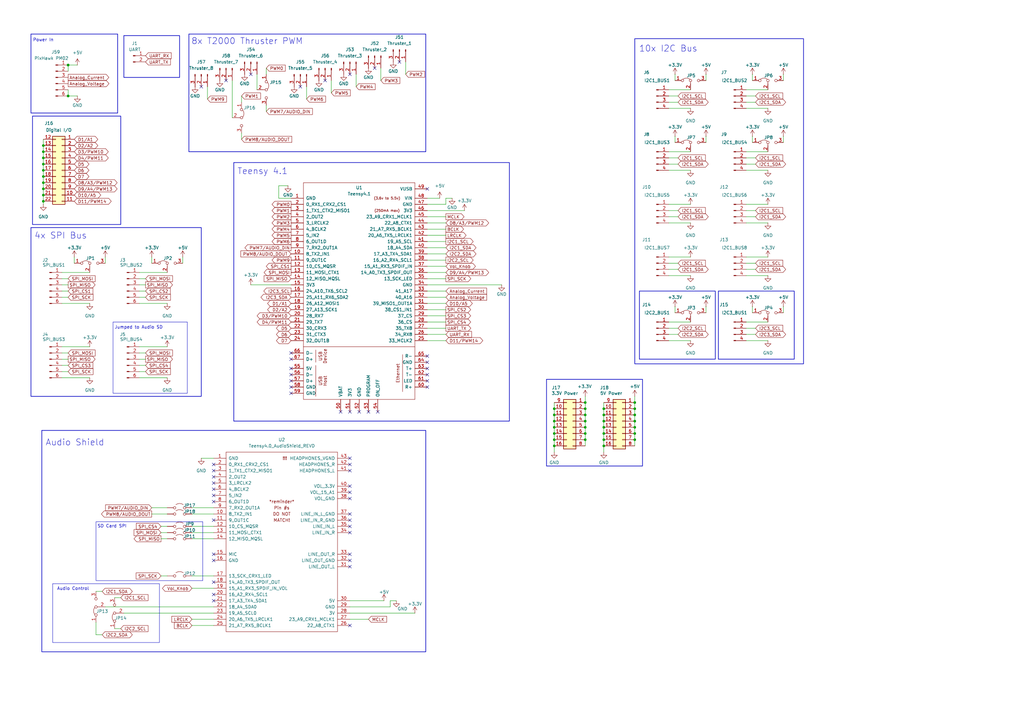
<source format=kicad_sch>
(kicad_sch (version 20231120) (generator "eeschema") (generator_version "8.0")
  (paper "A3")
  (title_block (title "Teensy Adapter Board") (rev "0") (company "Stanford Robosub") (comment 1 "Blame: Vassilis Alexopoulos") (comment 2 "valex@stanford.edu") (comment 3 "459 Lagunita Dr") (comment 4 "Stanford, CA"))
  (junction (at 260.35 165.1))
  (junction (at 227.33 182.88))
  (junction (at 240.03 165.1))
  (junction (at 247.65 177.8))
  (junction (at 260.35 172.72))
  (junction (at 247.65 167.64))
  (junction (at 227.33 177.8))
  (junction (at 260.35 175.26))
  (junction (at 17.78 59.69))
  (junction (at 17.78 69.85))
  (junction (at 227.33 172.72))
  (junction (at 227.33 170.18))
  (junction (at 260.35 167.64))
  (junction (at 17.78 77.47))
  (junction (at 260.35 170.18))
  (junction (at 17.78 72.39))
  (junction (at 240.03 170.18))
  (junction (at 17.78 67.31))
  (junction (at 17.78 62.23))
  (junction (at 240.03 177.8))
  (junction (at 17.78 80.01))
  (junction (at 240.03 172.72))
  (junction (at 260.35 177.8))
  (junction (at 247.65 180.34))
  (junction (at 247.65 170.18))
  (junction (at 227.33 180.34))
  (junction (at 17.78 74.93))
  (junction (at 247.65 172.72))
  (junction (at 17.78 82.55))
  (junction (at 240.03 167.64))
  (junction (at 227.33 167.64))
  (junction (at 240.03 175.26))
  (junction (at 260.35 180.34))
  (junction (at 27.94 39.37))
  (junction (at 17.78 64.77))
  (junction (at 27.94 26.67))
  (junction (at 227.33 175.26))
  (junction (at 247.65 175.26))
  (junction (at 240.03 180.34))
  (junction (at 247.65 182.88))
  (no_connect (at 143.51 201.93))
  (no_connect (at 133.35 33.02))
  (no_connect (at 87.63 227.33))
  (no_connect (at 143.51 229.87))
  (no_connect (at 102.87 30.48))
  (no_connect (at 143.51 213.36))
  (no_connect (at 143.51 218.44))
  (no_connect (at 143.51 256.54))
  (no_connect (at 143.51 190.5))
  (no_connect (at 147.32 168.91))
  (no_connect (at 87.63 190.5))
  (no_connect (at 175.26 151.13))
  (no_connect (at 87.63 198.12))
  (no_connect (at 175.26 77.47))
  (no_connect (at 119.38 156.21))
  (no_connect (at 143.51 215.9))
  (no_connect (at 175.26 156.21))
  (no_connect (at 87.63 246.38))
  (no_connect (at 143.51 210.82))
  (no_connect (at 119.38 151.13))
  (no_connect (at 119.38 153.67))
  (no_connect (at 92.71 33.02))
  (no_connect (at 175.26 146.05))
  (no_connect (at 119.38 158.75))
  (no_connect (at 143.51 168.91))
  (no_connect (at 143.51 199.39))
  (no_connect (at 87.63 213.36))
  (no_connect (at 123.19 35.56))
  (no_connect (at 87.63 243.84))
  (no_connect (at 143.51 204.47))
  (no_connect (at 87.63 193.04))
  (no_connect (at 153.67 27.94))
  (no_connect (at 143.51 232.41))
  (no_connect (at 143.51 187.96))
  (no_connect (at 175.26 148.59))
  (no_connect (at 143.51 193.04))
  (no_connect (at 119.38 161.29))
  (no_connect (at 143.51 30.48))
  (no_connect (at 119.38 144.78))
  (no_connect (at 119.38 147.32))
  (no_connect (at 151.13 168.91))
  (no_connect (at 175.26 158.75))
  (no_connect (at 87.63 205.74))
  (no_connect (at 143.51 227.33))
  (no_connect (at 87.63 195.58))
  (no_connect (at 154.94 168.91))
  (no_connect (at 87.63 203.2))
  (no_connect (at 87.63 200.66))
  (no_connect (at 163.83 25.4))
  (no_connect (at 82.55 35.56))
  (no_connect (at 139.7 168.91))
  (no_connect (at 87.63 229.87))
  (no_connect (at 175.26 153.67))
  (no_connect (at 87.63 238.76))
  (wire (pts (xy 57.15 147.32) (xy 59.69 147.32)))
  (wire (pts (xy 160.02 248.92) (xy 143.51 248.92)))
  (wire (pts (xy 17.78 77.47) (xy 17.78 80.01)))
  (wire (pts (xy 274.32 105.41) (xy 283.21 105.41)))
  (wire (pts (xy 175.26 111.76) (xy 182.88 111.76)))
  (wire (pts (xy 274.32 139.7) (xy 283.21 139.7)))
  (wire (pts (xy 306.07 91.44) (xy 314.96 91.44)))
  (wire (pts (xy 306.07 107.95) (xy 309.88 107.95)))
  (wire (pts (xy 25.4 121.92) (xy 27.94 121.92)))
  (wire (pts (xy 109.22 27.94) (xy 109.22 30.48)))
  (wire (pts (xy 78.74 208.28) (xy 87.63 208.28)))
  (wire (pts (xy 175.26 104.14) (xy 182.88 104.14)))
  (wire (pts (xy 276.86 55.88) (xy 276.86 58.42)))
  (wire (pts (xy 308.61 55.88) (xy 308.61 58.42)))
  (wire (pts (xy 78.74 218.44) (xy 87.63 218.44)))
  (wire (pts (xy 175.26 134.62) (xy 182.88 134.62)))
  (wire (pts (xy 306.07 83.82) (xy 314.96 83.82)))
  (wire (pts (xy 306.07 137.16) (xy 309.88 137.16)))
  (wire (pts (xy 143.51 254) (xy 151.13 254)))
  (wire (pts (xy 66.04 236.22) (xy 68.58 236.22)))
  (wire (pts (xy 146.05 35.56) (xy 146.05 30.48)))
  (wire (pts (xy 240.03 165.1) (xy 240.03 167.64)))
  (wire (pts (xy 308.61 30.48) (xy 308.61 33.02)))
  (wire (pts (xy 274.32 113.03) (xy 283.21 113.03)))
  (wire (pts (xy 306.07 86.36) (xy 309.88 86.36)))
  (wire (pts (xy 175.26 121.92) (xy 182.88 121.92)))
  (wire (pts (xy 39.37 255.27) (xy 39.37 260.35)))
  (wire (pts (xy 260.35 177.8) (xy 260.35 180.34)))
  (wire (pts (xy 114.3 76.2) (xy 114.3 81.28)))
  (wire (pts (xy 25.4 142.24) (xy 36.83 142.24)))
  (wire (pts (xy 306.07 110.49) (xy 309.88 110.49)))
  (wire (pts (xy 306.07 36.83) (xy 314.96 36.83)))
  (wire (pts (xy 175.26 114.3) (xy 182.88 114.3)))
  (wire (pts (xy 57.15 152.4) (xy 59.69 152.4)))
  (wire (pts (xy 17.78 64.77) (xy 17.78 67.31)))
  (wire (pts (xy 306.07 44.45) (xy 314.96 44.45)))
  (wire (pts (xy 274.32 41.91) (xy 278.13 41.91)))
  (wire (pts (xy 78.74 210.82) (xy 87.63 210.82)))
  (wire (pts (xy 99.06 39.37) (xy 99.06 41.91)))
  (wire (pts (xy 247.65 170.18) (xy 247.65 172.72)))
  (wire (pts (xy 25.4 147.32) (xy 27.94 147.32)))
  (wire (pts (xy 82.55 187.96) (xy 87.63 187.96)))
  (wire (pts (xy 39.37 260.35) (xy 41.91 260.35)))
  (wire (pts (xy 78.74 215.9) (xy 87.63 215.9)))
  (wire (pts (xy 175.26 106.68) (xy 182.88 106.68)))
  (wire (pts (xy 274.32 86.36) (xy 278.13 86.36)))
  (wire (pts (xy 182.88 81.28) (xy 185.42 81.28)))
  (wire (pts (xy 306.07 62.23) (xy 314.96 62.23)))
  (wire (pts (xy 46.99 257.81) (xy 49.53 257.81)))
  (wire (pts (xy 260.35 167.64) (xy 260.35 170.18)))
  (wire (pts (xy 175.26 124.46) (xy 182.88 124.46)))
  (wire (pts (xy 95.25 48.26) (xy 95.25 33.02)))
  (wire (pts (xy 25.4 144.78) (xy 27.94 144.78)))
  (wire (pts (xy 274.32 62.23) (xy 283.21 62.23)))
  (wire (pts (xy 175.26 137.16) (xy 182.88 137.16)))
  (wire (pts (xy 182.88 101.6) (xy 175.26 101.6)))
  (wire (pts (xy 247.65 180.34) (xy 247.65 182.88)))
  (wire (pts (xy 166.37 25.4) (xy 166.37 30.48)))
  (wire (pts (xy 27.94 26.67) (xy 27.94 29.21)))
  (wire (pts (xy 66.04 218.44) (xy 68.58 218.44)))
  (wire (pts (xy 62.23 208.28) (xy 68.58 208.28)))
  (wire (pts (xy 260.35 162.56) (xy 260.35 165.1)))
  (wire (pts (xy 25.4 114.3) (xy 27.94 114.3)))
  (wire (pts (xy 240.03 175.26) (xy 240.03 177.8)))
  (wire (pts (xy 289.56 30.48) (xy 289.56 33.02)))
  (wire (pts (xy 78.74 241.3) (xy 87.63 241.3)))
  (wire (pts (xy 240.03 177.8) (xy 240.03 180.34)))
  (wire (pts (xy 78.74 236.22) (xy 87.63 236.22)))
  (wire (pts (xy 25.4 111.76) (xy 36.83 111.76)))
  (wire (pts (xy 306.07 67.31) (xy 309.88 67.31)))
  (wire (pts (xy 247.65 175.26) (xy 247.65 177.8)))
  (wire (pts (xy 27.94 26.67) (xy 31.75 26.67)))
  (wire (pts (xy 68.58 215.9) (xy 66.04 215.9)))
  (wire (pts (xy 240.03 170.18) (xy 240.03 172.72)))
  (wire (pts (xy 276.86 125.73) (xy 276.86 128.27)))
  (wire (pts (xy 274.32 39.37) (xy 278.13 39.37)))
  (wire (pts (xy 321.31 125.73) (xy 321.31 128.27)))
  (wire (pts (xy 247.65 167.64) (xy 247.65 170.18)))
  (wire (pts (xy 160.02 246.38) (xy 162.56 246.38)))
  (wire (pts (xy 175.26 139.7) (xy 182.88 139.7)))
  (wire (pts (xy 43.18 105.41) (xy 43.18 107.95)))
  (wire (pts (xy 227.33 172.72) (xy 227.33 175.26)))
  (wire (pts (xy 25.4 116.84) (xy 27.94 116.84)))
  (wire (pts (xy 321.31 55.88) (xy 321.31 58.42)))
  (wire (pts (xy 17.78 69.85) (xy 17.78 72.39)))
  (wire (pts (xy 240.03 162.56) (xy 240.03 165.1)))
  (wire (pts (xy 308.61 125.73) (xy 308.61 128.27)))
  (wire (pts (xy 260.35 170.18) (xy 260.35 172.72)))
  (wire (pts (xy 57.15 142.24) (xy 68.58 142.24)))
  (wire (pts (xy 17.78 67.31) (xy 17.78 69.85)))
  (wire (pts (xy 274.32 67.31) (xy 278.13 67.31)))
  (wire (pts (xy 156.21 27.94) (xy 156.21 33.02)))
  (wire (pts (xy 227.33 177.8) (xy 227.33 180.34)))
  (wire (pts (xy 25.4 124.46) (xy 36.83 124.46)))
  (wire (pts (xy 306.07 41.91) (xy 309.88 41.91)))
  (wire (pts (xy 306.07 132.08) (xy 314.96 132.08)))
  (wire (pts (xy 17.78 72.39) (xy 17.78 74.93)))
  (wire (pts (xy 175.26 86.36) (xy 190.5 86.36)))
  (wire (pts (xy 105.41 30.48) (xy 105.41 36.83)))
  (wire (pts (xy 85.09 40.64) (xy 85.09 35.56)))
  (wire (pts (xy 57.15 144.78) (xy 59.69 144.78)))
  (wire (pts (xy 57.15 114.3) (xy 59.69 114.3)))
  (wire (pts (xy 306.07 88.9) (xy 309.88 88.9)))
  (wire (pts (xy 227.33 170.18) (xy 227.33 172.72)))
  (wire (pts (xy 43.18 248.92) (xy 87.63 248.92)))
  (wire (pts (xy 274.32 91.44) (xy 283.21 91.44)))
  (wire (pts (xy 240.03 167.64) (xy 240.03 170.18)))
  (wire (pts (xy 175.26 93.98) (xy 182.88 93.98)))
  (wire (pts (xy 57.15 124.46) (xy 68.58 124.46)))
  (wire (pts (xy 57.15 116.84) (xy 59.69 116.84)))
  (wire (pts (xy 25.4 119.38) (xy 27.94 119.38)))
  (wire (pts (xy 57.15 121.92) (xy 59.69 121.92)))
  (wire (pts (xy 27.94 39.37) (xy 31.75 39.37)))
  (wire (pts (xy 306.07 105.41) (xy 314.96 105.41)))
  (wire (pts (xy 274.32 36.83) (xy 283.21 36.83)))
  (wire (pts (xy 118.11 76.2) (xy 114.3 76.2)))
  (wire (pts (xy 66.04 220.98) (xy 68.58 220.98)))
  (wire (pts (xy 274.32 64.77) (xy 278.13 64.77)))
  (wire (pts (xy 160.02 246.38) (xy 160.02 248.92)))
  (wire (pts (xy 227.33 180.34) (xy 227.33 182.88)))
  (wire (pts (xy 274.32 88.9) (xy 278.13 88.9)))
  (wire (pts (xy 306.07 134.62) (xy 309.88 134.62)))
  (wire (pts (xy 274.32 132.08) (xy 283.21 132.08)))
  (wire (pts (xy 274.32 83.82) (xy 283.21 83.82)))
  (wire (pts (xy 17.78 62.23) (xy 17.78 64.77)))
  (wire (pts (xy 182.88 83.82) (xy 175.26 83.82)))
  (wire (pts (xy 143.51 251.46) (xy 170.18 251.46)))
  (wire (pts (xy 274.32 107.95) (xy 278.13 107.95)))
  (wire (pts (xy 46.99 245.11) (xy 49.53 245.11)))
  (wire (pts (xy 27.94 36.83) (xy 27.94 39.37)))
  (wire (pts (xy 17.78 80.01) (xy 17.78 82.55)))
  (wire (pts (xy 247.65 172.72) (xy 247.65 175.26)))
  (wire (pts (xy 240.03 180.34) (xy 240.03 182.88)))
  (wire (pts (xy 321.31 30.48) (xy 321.31 33.02)))
  (wire (pts (xy 109.22 45.72) (xy 109.22 43.18)))
  (wire (pts (xy 175.26 132.08) (xy 182.88 132.08)))
  (wire (pts (xy 50.8 251.46) (xy 87.63 251.46)))
  (wire (pts (xy 276.86 30.48) (xy 276.86 33.02)))
  (wire (pts (xy 274.32 44.45) (xy 283.21 44.45)))
  (wire (pts (xy 78.74 254) (xy 87.63 254)))
  (wire (pts (xy 17.78 59.69) (xy 17.78 62.23)))
  (wire (pts (xy 182.88 129.54) (xy 175.26 129.54)))
  (wire (pts (xy 30.48 105.41) (xy 30.48 107.95)))
  (wire (pts (xy 78.74 220.98) (xy 87.63 220.98)))
  (wire (pts (xy 17.78 82.55) (xy 17.78 83.82)))
  (wire (pts (xy 274.32 134.62) (xy 278.13 134.62)))
  (wire (pts (xy 175.26 88.9) (xy 182.88 88.9)))
  (wire (pts (xy 289.56 125.73) (xy 289.56 128.27)))
  (wire (pts (xy 227.33 175.26) (xy 227.33 177.8)))
  (wire (pts (xy 182.88 81.28) (xy 182.88 83.82)))
  (wire (pts (xy 78.74 256.54) (xy 87.63 256.54)))
  (wire (pts (xy 175.26 116.84) (xy 205.74 116.84)))
  (wire (pts (xy 99.06 54.61) (xy 99.06 57.15)))
  (wire (pts (xy 289.56 55.88) (xy 289.56 58.42)))
  (wire (pts (xy 306.07 69.85) (xy 314.96 69.85)))
  (wire (pts (xy 175.26 96.52) (xy 182.88 96.52)))
  (wire (pts (xy 306.07 39.37) (xy 309.88 39.37)))
  (wire (pts (xy 57.15 149.86) (xy 59.69 149.86)))
  (wire (pts (xy 25.4 154.94) (xy 36.83 154.94)))
  (wire (pts (xy 125.73 40.64) (xy 125.73 35.56)))
  (wire (pts (xy 62.23 210.82) (xy 68.58 210.82)))
  (wire (pts (xy 240.03 172.72) (xy 240.03 175.26)))
  (wire (pts (xy 175.26 109.22) (xy 182.88 109.22)))
  (wire (pts (xy 57.15 119.38) (xy 59.69 119.38)))
  (wire (pts (xy 25.4 152.4) (xy 27.94 152.4)))
  (wire (pts (xy 260.35 180.34) (xy 260.35 182.88)))
  (wire (pts (xy 227.33 165.1) (xy 227.33 167.64)))
  (wire (pts (xy 175.26 91.44) (xy 182.88 91.44)))
  (wire (pts (xy 260.35 165.1) (xy 260.35 167.64)))
  (wire (pts (xy 17.78 57.15) (xy 17.78 59.69)))
  (wire (pts (xy 102.87 116.84) (xy 119.38 116.84)))
  (wire (pts (xy 57.15 154.94) (xy 68.58 154.94)))
  (wire (pts (xy 114.3 81.28) (xy 119.38 81.28)))
  (wire (pts (xy 182.88 99.06) (xy 175.26 99.06)))
  (wire (pts (xy 175.26 81.28) (xy 180.34 81.28)))
  (wire (pts (xy 260.35 175.26) (xy 260.35 177.8)))
  (wire (pts (xy 306.07 64.77) (xy 309.88 64.77)))
  (wire (pts (xy 62.23 105.41) (xy 62.23 107.95)))
  (wire (pts (xy 274.32 69.85) (xy 283.21 69.85)))
  (wire (pts (xy 57.15 111.76) (xy 68.58 111.76)))
  (wire (pts (xy 143.51 246.38) (xy 157.48 246.38)))
  (wire (pts (xy 247.65 165.1) (xy 247.65 167.64)))
  (wire (pts (xy 227.33 182.88) (xy 227.33 185.42)))
  (wire (pts (xy 39.37 242.57) (xy 41.91 242.57)))
  (wire (pts (xy 274.32 137.16) (xy 278.13 137.16)))
  (wire (pts (xy 274.32 110.49) (xy 278.13 110.49)))
  (wire (pts (xy 306.07 113.03) (xy 314.96 113.03)))
  (wire (pts (xy 247.65 182.88) (xy 247.65 185.42)))
  (wire (pts (xy 260.35 172.72) (xy 260.35 175.26)))
  (wire (pts (xy 17.78 74.93) (xy 17.78 77.47)))
  (wire (pts (xy 182.88 127) (xy 175.26 127)))
  (wire (pts (xy 135.89 38.1) (xy 135.89 33.02)))
  (wire (pts (xy 25.4 149.86) (xy 27.94 149.86)))
  (wire (pts (xy 175.26 119.38) (xy 182.88 119.38)))
  (wire (pts (xy 247.65 177.8) (xy 247.65 180.34)))
  (wire (pts (xy 227.33 167.64) (xy 227.33 170.18)))
  (wire (pts (xy 74.93 105.41) (xy 74.93 107.95)))
  (wire (pts (xy 306.07 139.7) (xy 314.96 139.7)))
  (rectangle (start 50.8 14.605) (end 73.66 31.75) (stroke (width 0.254)))
  (rectangle (start 224.155 155.575) (end 263.525 191.135) (stroke (width 0.254)))
  (rectangle (start 13.335 47.625) (end 49.53 92.075) (stroke (width 0.254)))
  (rectangle (start 46.355 132.08) (end 76.835 161.29))
  (rectangle (start 21.59 239.395) (end 65.405 263.525))
  (rectangle (start 260.35 15.875) (end 329.565 149.225) (stroke (width 0.254)))
  (rectangle (start 95.885 66.675) (end 208.915 172.72) (stroke (width 0.254)))
  (rectangle (start 294.64 119.38) (end 325.755 147.32) (stroke (width 0.254)))
  (rectangle (start 12.7 13.97) (end 48.26 46.355) (stroke (width 0.254)))
  (rectangle (start 262.255 119.38) (end 293.37 147.32) (stroke (width 0.254)))
  (rectangle (start 39.37 213.995) (end 83.185 238.125))
  (rectangle (start 77.47 13.97) (end 174.625 62.23) (stroke (width 0.254)))
  (rectangle (start 12.7 93.345) (end 82.55 162.56) (stroke (width 0.254)))
  (rectangle (start 17.145 176.53) (end 174.625 267.335) (stroke (width 0.254)))
  (text "8x T2000 Thruster PWM" (at 101.346 17.018 0) (effects (font (size 2.54 2.54))))
  (text "4x SPI Bus" (at 24.892 96.774 0) (effects (font (size 2.54 2.54))))
  (text "Teensy 4.1" (at 107.696 70.358 0) (effects (font (size 2.54 2.54))))
  (text "Audio Control" (at 29.972 241.554 0) (effects (font (size 1.27 1.27))))
  (text "SD Card SPI" (at 45.974 215.9 0) (effects (font (size 1.27 1.27))))
  (text "Power In" (at 17.78 16.51 0) (effects (font (size 1.27 1.27))))
  (text "Audio Shield" (at 30.734 181.61 0) (effects (font (size 2.54 2.54))))
  (text "Jumped to Audio SD" (at 56.896 134.366 0) (effects (font (size 1.27 1.27))))
  (text "10x I2C Bus" (at 274.066 20.066 0) (effects (font (size 2.54 2.54))))
  (global_label "SPI_SCK" (shape output) (at 182.88 114.3 0) (property "Intersheetrefs" "${INTERSHEET_REFS}" (effects (hide yes))))
  (global_label "SPI_MISO" (shape output) (at 27.94 147.32 0) (property "Intersheetrefs" "${INTERSHEET_REFS}" (effects (hide yes))))
  (global_label "PWM4" (shape input) (at 146.05 35.56 0) (property "Intersheetrefs" "${INTERSHEET_REFS}" (effects (hide yes))))
  (global_label "I2C1_SDA" (shape bidirectional) (at 278.13 110.49 0) (property "Intersheetrefs" "${INTERSHEET_REFS}" (effects (hide yes))))
  (global_label "I2C2_SCL" (shape input) (at 49.53 257.81 0) (property "Intersheetrefs" "${INTERSHEET_REFS}" (effects (hide yes))))
  (global_label "I2C1_SCL" (shape input) (at 309.88 107.95 0) (property "Intersheetrefs" "${INTERSHEET_REFS}" (effects (hide yes))))
  (global_label "D7" (shape bidirectional) (at 119.38 139.7 180) (property "Intersheetrefs" "${INTERSHEET_REFS}" (effects (hide yes))))
  (global_label "SPI_MOSI" (shape input) (at 59.69 114.3 0) (property "Intersheetrefs" "${INTERSHEET_REFS}" (effects (hide yes))))
  (global_label "PWM2" (shape output) (at 119.38 88.9 180) (property "Intersheetrefs" "${INTERSHEET_REFS}" (effects (hide yes))))
  (global_label "I2C1_SCL" (shape input) (at 278.13 64.77 0) (property "Intersheetrefs" "${INTERSHEET_REFS}" (effects (hide yes))))
  (global_label "PWM8{slash}AUDIO_DOUT" (shape output) (at 62.23 210.82 180) (property "Intersheetrefs" "${INTERSHEET_REFS}" (effects (hide yes))))
  (global_label "PWM6" (shape input) (at 125.73 40.64 0) (property "Intersheetrefs" "${INTERSHEET_REFS}" (effects (hide yes))))
  (global_label "I2C2_SCL" (shape input) (at 278.13 134.62 0) (property "Intersheetrefs" "${INTERSHEET_REFS}" (effects (hide yes))))
  (global_label "SPI_CS3" (shape output) (at 182.88 129.54 0) (property "Intersheetrefs" "${INTERSHEET_REFS}" (effects (hide yes))))
  (global_label "PWM1" (shape input) (at 99.06 39.37 0) (property "Intersheetrefs" "${INTERSHEET_REFS}" (effects (hide yes))))
  (global_label "I2C1_SDA" (shape bidirectional) (at 182.88 101.6 0) (property "Intersheetrefs" "${INTERSHEET_REFS}" (effects (hide yes))))
  (global_label "Vol_Knob" (shape bidirectional) (at 182.88 109.22 0) (property "Intersheetrefs" "${INTERSHEET_REFS}" (effects (hide yes))))
  (global_label "I2C3_SDA" (shape bidirectional) (at 309.88 137.16 0) (property "Intersheetrefs" "${INTERSHEET_REFS}" (effects (hide yes))))
  (global_label "Analog_Voltage" (shape output) (at 27.94 34.29 0) (property "Intersheetrefs" "${INTERSHEET_REFS}" (effects (hide yes))))
  (global_label "PWM9" (shape input) (at 85.09 40.64 0) (property "Intersheetrefs" "${INTERSHEET_REFS}" (effects (hide yes))))
  (global_label "PWM7{slash}AUDIO_DIN" (shape input) (at 62.23 208.28 180) (property "Intersheetrefs" "${INTERSHEET_REFS}" (effects (hide yes))))
  (global_label "I2C1_SCL" (shape output) (at 182.88 99.06 0) (property "Intersheetrefs" "${INTERSHEET_REFS}" (effects (hide yes))))
  (global_label "I2C1_SDA" (shape bidirectional) (at 309.88 67.31 0) (property "Intersheetrefs" "${INTERSHEET_REFS}" (effects (hide yes))))
  (global_label "I2C3_SCL" (shape input) (at 309.88 134.62 0) (property "Intersheetrefs" "${INTERSHEET_REFS}" (effects (hide yes))))
  (global_label "I2C1_SCL" (shape input) (at 278.13 39.37 0) (property "Intersheetrefs" "${INTERSHEET_REFS}" (effects (hide yes))))
  (global_label "PWM8{slash}AUDIO_DOUT" (shape input) (at 119.38 104.14 180) (property "Intersheetrefs" "${INTERSHEET_REFS}" (effects (hide yes))))
  (global_label "PWM7{slash}AUDIO_DIN" (shape output) (at 119.38 101.6 180) (property "Intersheetrefs" "${INTERSHEET_REFS}" (effects (hide yes))))
  (global_label "PWM5" (shape input) (at 135.89 38.1 0) (property "Intersheetrefs" "${INTERSHEET_REFS}" (effects (hide yes))))
  (global_label "D4{slash}PWM11" (shape bidirectional) (at 30.48 64.77 0) (property "Intersheetrefs" "${INTERSHEET_REFS}" (effects (hide yes))))
  (global_label "SPI_CS4" (shape input) (at 59.69 149.86 0) (property "Intersheetrefs" "${INTERSHEET_REFS}" (effects (hide yes))))
  (global_label "UART_TX" (shape input) (at 59.69 25.4 0) (property "Intersheetrefs" "${INTERSHEET_REFS}" (effects (hide yes))))
  (global_label "D11{slash}PWM14" (shape bidirectional) (at 182.88 139.7 0) (property "Intersheetrefs" "${INTERSHEET_REFS}" (effects (hide yes))))
  (global_label "LRCLK" (shape output) (at 182.88 96.52 0) (property "Intersheetrefs" "${INTERSHEET_REFS}" (effects (hide yes))))
  (global_label "D8{slash}A3{slash}PWM12" (shape bidirectional) (at 30.48 74.93 0) (property "Intersheetrefs" "${INTERSHEET_REFS}" (effects (hide yes))))
  (global_label "SPI_CS3" (shape input) (at 27.94 149.86 0) (property "Intersheetrefs" "${INTERSHEET_REFS}" (effects (hide yes))))
  (global_label "PWM0" (shape input) (at 109.22 27.94 0) (property "Intersheetrefs" "${INTERSHEET_REFS}" (effects (hide yes))))
  (global_label "D4{slash}PWM11" (shape bidirectional) (at 119.38 132.08 180) (property "Intersheetrefs" "${INTERSHEET_REFS}" (effects (hide yes))))
  (global_label "PWM3" (shape output) (at 119.38 91.44 180) (property "Intersheetrefs" "${INTERSHEET_REFS}" (effects (hide yes))))
  (global_label "D5" (shape bidirectional) (at 30.48 67.31 0) (property "Intersheetrefs" "${INTERSHEET_REFS}" (effects (hide yes))))
  (global_label "SPI_MISO" (shape output) (at 59.69 116.84 0) (property "Intersheetrefs" "${INTERSHEET_REFS}" (effects (hide yes))))
  (global_label "Analog_Current" (shape output) (at 27.94 31.75 0) (property "Intersheetrefs" "${INTERSHEET_REFS}" (effects (hide yes))))
  (global_label "SPI_MOSI" (shape input) (at 66.04 218.44 180) (property "Intersheetrefs" "${INTERSHEET_REFS}" (effects (hide yes))))
  (global_label "I2C1_SDA" (shape bidirectional) (at 309.88 110.49 0) (property "Intersheetrefs" "${INTERSHEET_REFS}" (effects (hide yes))))
  (global_label "I2C1_SDA" (shape bidirectional) (at 278.13 67.31 0) (property "Intersheetrefs" "${INTERSHEET_REFS}" (effects (hide yes))))
  (global_label "D10{slash}A5" (shape bidirectional) (at 182.88 124.46 0) (property "Intersheetrefs" "${INTERSHEET_REFS}" (effects (hide yes))))
  (global_label "I2C3_SCL" (shape output) (at 119.38 119.38 180) (property "Intersheetrefs" "${INTERSHEET_REFS}" (effects (hide yes))))
  (global_label "I2C2_SCL" (shape output) (at 182.88 106.68 0) (property "Intersheetrefs" "${INTERSHEET_REFS}" (effects (hide yes))))
  (global_label "SPI_CS2" (shape output) (at 182.88 127 0) (property "Intersheetrefs" "${INTERSHEET_REFS}" (effects (hide yes))))
  (global_label "SPI_CS4" (shape input) (at 66.04 215.9 180) (property "Intersheetrefs" "${INTERSHEET_REFS}" (effects (hide yes))))
  (global_label "D1{slash}A1" (shape bidirectional) (at 119.38 124.46 180) (property "Intersheetrefs" "${INTERSHEET_REFS}" (effects (hide yes))))
  (global_label "LRCLK" (shape input) (at 78.74 254 180) (property "Intersheetrefs" "${INTERSHEET_REFS}" (effects (hide yes))))
  (global_label "PWM7{slash}AUDIO_DIN" (shape input) (at 109.22 45.72 0) (property "Intersheetrefs" "${INTERSHEET_REFS}" (effects (hide yes))))
  (global_label "I2C1_SDA" (shape bidirectional) (at 309.88 41.91 0) (property "Intersheetrefs" "${INTERSHEET_REFS}" (effects (hide yes))))
  (global_label "SPI_MOSI" (shape input) (at 27.94 114.3 0) (property "Intersheetrefs" "${INTERSHEET_REFS}" (effects (hide yes))))
  (global_label "SPI_MISO" (shape output) (at 66.04 220.98 180) (property "Intersheetrefs" "${INTERSHEET_REFS}" (effects (hide yes))))
  (global_label "PWM0" (shape output) (at 119.38 83.82 180) (property "Intersheetrefs" "${INTERSHEET_REFS}" (effects (hide yes))))
  (global_label "I2C1_SCL" (shape input) (at 309.88 39.37 0) (property "Intersheetrefs" "${INTERSHEET_REFS}" (effects (hide yes))))
  (global_label "PWM9" (shape output) (at 119.38 106.68 180) (property "Intersheetrefs" "${INTERSHEET_REFS}" (effects (hide yes))))
  (global_label "MCLK" (shape input) (at 151.13 254 0) (property "Intersheetrefs" "${INTERSHEET_REFS}" (effects (hide yes))))
  (global_label "SPI_CS2" (shape input) (at 59.69 119.38 0) (property "Intersheetrefs" "${INTERSHEET_REFS}" (effects (hide yes))))
  (global_label "D6" (shape bidirectional) (at 30.48 69.85 0) (property "Intersheetrefs" "${INTERSHEET_REFS}" (effects (hide yes))))
  (global_label "Analog_Current" (shape input) (at 182.88 119.38 0) (property "Intersheetrefs" "${INTERSHEET_REFS}" (effects (hide yes))))
  (global_label "SPI_MISO" (shape output) (at 59.69 147.32 0) (property "Intersheetrefs" "${INTERSHEET_REFS}" (effects (hide yes))))
  (global_label "D1{slash}A1" (shape bidirectional) (at 30.48 57.15 0) (property "Intersheetrefs" "${INTERSHEET_REFS}" (effects (hide yes))))
  (global_label "UART_RX" (shape input) (at 59.69 22.86 0) (property "Intersheetrefs" "${INTERSHEET_REFS}" (effects (hide yes))))
  (global_label "I2C1_SDA" (shape bidirectional) (at 278.13 88.9 0) (property "Intersheetrefs" "${INTERSHEET_REFS}" (effects (hide yes))))
  (global_label "SPI_CS4" (shape output) (at 182.88 132.08 0) (property "Intersheetrefs" "${INTERSHEET_REFS}" (effects (hide yes))))
  (global_label "SPI_SCK" (shape input) (at 59.69 121.92 0) (property "Intersheetrefs" "${INTERSHEET_REFS}" (effects (hide yes))))
  (global_label "PWM5" (shape output) (at 119.38 96.52 180) (property "Intersheetrefs" "${INTERSHEET_REFS}" (effects (hide yes))))
  (global_label "I2C1_SCL" (shape input) (at 278.13 107.95 0) (property "Intersheetrefs" "${INTERSHEET_REFS}" (effects (hide yes))))
  (global_label "D8{slash}A3{slash}PWM12" (shape bidirectional) (at 182.88 91.44 0) (property "Intersheetrefs" "${INTERSHEET_REFS}" (effects (hide yes))))
  (global_label "I2C1_SCL" (shape input) (at 49.53 245.11 0) (property "Intersheetrefs" "${INTERSHEET_REFS}" (effects (hide yes))))
  (global_label "PWM8{slash}AUDIO_DOUT" (shape input) (at 99.06 57.15 0) (property "Intersheetrefs" "${INTERSHEET_REFS}" (effects (hide yes))))
  (global_label "D2{slash}A2" (shape bidirectional) (at 119.38 127 180) (property "Intersheetrefs" "${INTERSHEET_REFS}" (effects (hide yes))))
  (global_label "D6" (shape bidirectional) (at 119.38 137.16 180) (property "Intersheetrefs" "${INTERSHEET_REFS}" (effects (hide yes))))
  (global_label "BCLK" (shape input) (at 78.74 256.54 180) (property "Intersheetrefs" "${INTERSHEET_REFS}" (effects (hide yes))))
  (global_label "I2C2_SDA" (shape bidirectional) (at 182.88 104.14 0) (property "Intersheetrefs" "${INTERSHEET_REFS}" (effects (hide yes))))
  (global_label "I2C2_SDA" (shape bidirectional) (at 278.13 137.16 0) (property "Intersheetrefs" "${INTERSHEET_REFS}" (effects (hide yes))))
  (global_label "Analog_Voltage" (shape input) (at 182.88 121.92 0) (property "Intersheetrefs" "${INTERSHEET_REFS}" (effects (hide yes))))
  (global_label "SPI_SCK" (shape input) (at 59.69 152.4 0) (property "Intersheetrefs" "${INTERSHEET_REFS}" (effects (hide yes))))
  (global_label "SPI_CS1" (shape input) (at 27.94 119.38 0) (property "Intersheetrefs" "${INTERSHEET_REFS}" (effects (hide yes))))
  (global_label "D3{slash}PWM10" (shape bidirectional) (at 119.38 129.54 180) (property "Intersheetrefs" "${INTERSHEET_REFS}" (effects (hide yes))))
  (global_label "D9{slash}A4{slash}PWM13" (shape bidirectional) (at 30.48 77.47 0) (property "Intersheetrefs" "${INTERSHEET_REFS}" (effects (hide yes))))
  (global_label "I2C1_SCL" (shape input) (at 309.88 86.36 0) (property "Intersheetrefs" "${INTERSHEET_REFS}" (effects (hide yes))))
  (global_label "D9{slash}A4{slash}PWM13" (shape bidirectional) (at 182.88 111.76 0) (property "Intersheetrefs" "${INTERSHEET_REFS}" (effects (hide yes))))
  (global_label "I2C3_SDA" (shape bidirectional) (at 119.38 121.92 180) (property "Intersheetrefs" "${INTERSHEET_REFS}" (effects (hide yes))))
  (global_label "MCLK" (shape output) (at 182.88 88.9 0) (property "Intersheetrefs" "${INTERSHEET_REFS}" (effects (hide yes))))
  (global_label "D7" (shape bidirectional) (at 30.48 72.39 0) (property "Intersheetrefs" "${INTERSHEET_REFS}" (effects (hide yes))))
  (global_label "SPI_MOSI" (shape output) (at 119.38 111.76 180) (property "Intersheetrefs" "${INTERSHEET_REFS}" (effects (hide yes))))
  (global_label "I2C1_SDA" (shape bidirectional) (at 309.88 88.9 0) (property "Intersheetrefs" "${INTERSHEET_REFS}" (effects (hide yes))))
  (global_label "SPI_MISO" (shape output) (at 27.94 116.84 0) (property "Intersheetrefs" "${INTERSHEET_REFS}" (effects (hide yes))))
  (global_label "UART_TX" (shape output) (at 182.88 134.62 0) (property "Intersheetrefs" "${INTERSHEET_REFS}" (effects (hide yes))))
  (global_label "SPI_MISO" (shape input) (at 119.38 114.3 180) (property "Intersheetrefs" "${INTERSHEET_REFS}" (effects (hide yes))))
  (global_label "D3{slash}PWM10" (shape bidirectional) (at 30.48 62.23 0) (property "Intersheetrefs" "${INTERSHEET_REFS}" (effects (hide yes))))
  (global_label "D10{slash}A5" (shape bidirectional) (at 30.48 80.01 0) (property "Intersheetrefs" "${INTERSHEET_REFS}" (effects (hide yes))))
  (global_label "SPI_SCK" (shape input) (at 27.94 121.92 0) (property "Intersheetrefs" "${INTERSHEET_REFS}" (effects (hide yes))))
  (global_label "PWM3" (shape input) (at 156.21 33.02 0) (property "Intersheetrefs" "${INTERSHEET_REFS}" (effects (hide yes))))
  (global_label "SPI_CS1" (shape output) (at 119.38 109.22 180) (property "Intersheetrefs" "${INTERSHEET_REFS}" (effects (hide yes))))
  (global_label "PWM6" (shape output) (at 119.38 99.06 180) (property "Intersheetrefs" "${INTERSHEET_REFS}" (effects (hide yes))))
  (global_label "UART_RX" (shape input) (at 182.88 137.16 0) (property "Intersheetrefs" "${INTERSHEET_REFS}" (effects (hide yes))))
  (global_label "I2C2_SDA" (shape bidirectional) (at 41.91 260.35 0) (property "Intersheetrefs" "${INTERSHEET_REFS}" (effects (hide yes))))
  (global_label "SPI_SCK" (shape input) (at 66.04 236.22 180) (property "Intersheetrefs" "${INTERSHEET_REFS}" (effects (hide yes))))
  (global_label "D5" (shape bidirectional) (at 119.38 134.62 180) (property "Intersheetrefs" "${INTERSHEET_REFS}" (effects (hide yes))))
  (global_label "SPI_MOSI" (shape input) (at 27.94 144.78 0) (property "Intersheetrefs" "${INTERSHEET_REFS}" (effects (hide yes))))
  (global_label "PWM4" (shape output) (at 119.38 93.98 180) (property "Intersheetrefs" "${INTERSHEET_REFS}" (effects (hide yes))))
  (global_label "SPI_SCK" (shape input) (at 27.94 152.4 0) (property "Intersheetrefs" "${INTERSHEET_REFS}" (effects (hide yes))))
  (global_label "I2C1_SDA" (shape bidirectional) (at 41.91 242.57 0) (property "Intersheetrefs" "${INTERSHEET_REFS}" (effects (hide yes))))
  (global_label "PWM2" (shape input) (at 166.37 30.48 0) (property "Intersheetrefs" "${INTERSHEET_REFS}" (effects (hide yes))))
  (global_label "SPI_MOSI" (shape input) (at 59.69 144.78 0) (property "Intersheetrefs" "${INTERSHEET_REFS}" (effects (hide yes))))
  (global_label "PWM1" (shape output) (at 119.38 86.36 180) (property "Intersheetrefs" "${INTERSHEET_REFS}" (effects (hide yes))))
  (global_label "D11{slash}PWM14" (shape bidirectional) (at 30.48 82.55 0) (property "Intersheetrefs" "${INTERSHEET_REFS}" (effects (hide yes))))
  (global_label "I2C1_SCL" (shape input) (at 309.88 64.77 0) (property "Intersheetrefs" "${INTERSHEET_REFS}" (effects (hide yes))))
  (global_label "I2C1_SCL" (shape input) (at 278.13 86.36 0) (property "Intersheetrefs" "${INTERSHEET_REFS}" (effects (hide yes))))
  (global_label "I2C1_SDA" (shape bidirectional) (at 278.13 41.91 0) (property "Intersheetrefs" "${INTERSHEET_REFS}" (effects (hide yes))))
  (global_label "Vol_Knob" (shape bidirectional) (at 78.74 241.3 180) (property "Intersheetrefs" "${INTERSHEET_REFS}" (effects (hide yes))))
  (global_label "D2{slash}A2" (shape bidirectional) (at 30.48 59.69 0) (property "Intersheetrefs" "${INTERSHEET_REFS}" (effects (hide yes))))
  (global_label "BCLK" (shape output) (at 182.88 93.98 0) (property "Intersheetrefs" "${INTERSHEET_REFS}" (effects (hide yes))))
  (symbol (lib_id "power:GND") (at 314.96 139.7 0) (unit 1)
    (property "Reference" "#PWR051" (effects (hide yes)))
    (property "Value" "GND" (at 314.96 144.78 0))
    (property "Description" "Power symbol creates a global label with name \"GND\" , ground" (effects (hide yes)))
  )
  (symbol (lib_id "power:+3.3V") (at 276.86 30.48 0) (unit 1)
    (property "Reference" "#PWR029" (effects (hide yes)))
    (property "Value" "+3.3V" (at 276.86 26.67 0))
    (property "Description" "Power symbol creates a global label with name \"+3.3V\"" (effects (hide yes)))
  )
  (symbol (lib_id "Connector:Conn_01x03_Pin") (at 143.51 25.4 270) (unit 1)
    (property "Reference" "J53" (at 143.51 20.32 90))
    (property "Value" "Thruster_3" (at 143.51 22.86 90))
    (property "Footprint" "Connector_PinSocket_2.54mm:PinSocket_1x03_P2.54mm_Vertical" (effects (hide yes)))
    (property "Description" "Generic connector, single row, 01x03, script generated" (effects (hide yes)))
  )
  (symbol (lib_id "power:GND") (at 247.65 185.42 0) (unit 1)
    (property "Reference" "#PWR059" (effects (hide yes)))
    (property "Value" "GND" (at 247.65 189.738 0))
    (property "Description" "Power symbol creates a global label with name \"GND\" , ground" (effects (hide yes)))
  )
  (symbol (lib_id "Connector:Conn_01x06_Pin") (at 20.32 147.32 0) (unit 1)
    (property "Reference" "J4" (at 18.542 137.16 0))
    (property "Value" "SPI_BUS3" (at 22.098 139.192 0))
    (property "Footprint" "Connector_PinSocket_2.54mm:PinSocket_1x06_P2.54mm_Vertical" (effects (hide yes)))
    (property "Description" "Generic connector, single row, 01x06, script generated" (effects (hide yes)))
  )
  (symbol (lib_id "power:GND") (at 314.96 113.03 0) (unit 1)
    (property "Reference" "#PWR050" (effects (hide yes)))
    (property "Value" "GND" (at 314.96 118.11 0))
    (property "Description" "Power symbol creates a global label with name \"GND\" , ground" (effects (hide yes)))
  )
  (symbol (lib_id "Connector_Generic:Conn_02x08_Top_Bottom") (at 234.95 172.72 0) (mirror y) (unit 1)
    (property "Reference" "J17" (at 228.092 159.004 0))
    (property "Value" "3.3V Power" (at 231.648 161.29 0))
    (property "Footprint" "Connector_PinSocket_2.54mm:PinSocket_2x08_P2.54mm_Vertical" (effects (hide yes)))
    (property "Description" "Generic connector, double row, 02x08, top/bottom pin numbering scheme (row 1: 1...pins_per_row, row2: pins_per_row+1 ... num_pins), script generated (kicad-library-utils/schlib/autogen/connector/)" (effects (hide yes)))
  )
  (symbol (lib_id "power:GND") (at 227.33 185.42 0) (unit 1)
    (property "Reference" "#PWR058" (effects (hide yes)))
    (property "Value" "GND" (at 227.33 189.738 0))
    (property "Description" "Power symbol creates a global label with name \"GND\" , ground" (effects (hide yes)))
  )
  (symbol (lib_id "power:+3.3V") (at 62.23 105.41 0) (unit 1)
    (property "Reference" "#PWR020" (effects (hide yes)))
    (property "Value" "+3.3V" (at 62.23 101.6 0))
    (property "Description" "Power symbol creates a global label with name \"+3.3V\"" (effects (hide yes)))
  )
  (symbol (lib_id "power:+5V") (at 321.31 55.88 0) (unit 1)
    (property "Reference" "#PWR040" (effects (hide yes)))
    (property "Value" "+5V" (at 321.31 52.07 0))
    (property "Description" "Power symbol creates a global label with name \"+5V\"" (effects (hide yes)))
  )
  (symbol (lib_id "power:+5V") (at 289.56 55.88 0) (unit 1)
    (property "Reference" "#PWR037" (effects (hide yes)))
    (property "Value" "+5V" (at 289.56 52.07 0))
    (property "Description" "Power symbol creates a global label with name \"+5V\"" (effects (hide yes)))
  )
  (symbol (lib_id "power:+5V") (at 321.31 30.48 0) (unit 1)
    (property "Reference" "#PWR034" (effects (hide yes)))
    (property "Value" "+5V" (at 321.31 26.67 0))
    (property "Description" "Power symbol creates a global label with name \"+5V\"" (effects (hide yes)))
  )
  (symbol (lib_id "Connector:Conn_01x04_Pin") (at 300.99 64.77 0) (unit 1)
    (property "Reference" "J9" (at 296.926 55.118 0))
    (property "Value" "I2C1_BUS4" (at 301.244 58.42 0))
    (property "Footprint" "Connector_PinSocket_2.54mm:PinSocket_1x04_P2.54mm_Vertical" (effects (hide yes)))
    (property "Description" "Generic connector, single row, 01x04, script generated" (effects (hide yes)))
  )
  (symbol (lib_id "Jumper:Jumper_3_Bridged12") (at 314.96 33.02 0) (unit 1) (exclude_from_sim yes) (in_bom no)
    (property "Reference" "JP6" (at 315.214 30.988 0))
    (property "Value" "Jumper_3_Bridged12" (effects (hide yes)))
    (property "Footprint" "Connector_PinSocket_2.54mm:PinSocket_1x03_P2.54mm_Vertical" (effects (hide yes)))
    (property "Description" "Jumper, 3-pole, pins 1+2 closed/bridged" (effects (hide yes)))
  )
  (symbol (lib_id "power:+3.3V") (at 68.58 142.24 0) (unit 1)
    (property "Reference" "#PWR026" (effects (hide yes)))
    (property "Value" "+3.3V" (at 68.58 138.43 0))
    (property "Description" "Power symbol creates a global label with name \"+3.3V\"" (effects (hide yes)))
  )
  (symbol (lib_id "Jumper:Jumper_2_Open") (at 73.66 218.44 0) (unit 1) (exclude_from_sim yes)
    (property "Reference" "JP10" (at 77.724 217.424 0))
    (property "Value" "Jumper_2_Open" (effects (hide yes)))
    (property "Footprint" "Connector_PinSocket_2.54mm:PinSocket_1x02_P2.54mm_Vertical" (effects (hide yes)))
    (property "Description" "Jumper, 2-pole, open" (effects (hide yes)))
  )
  (symbol (lib_id "power:+3.3V") (at 308.61 30.48 0) (unit 1)
    (property "Reference" "#PWR032" (effects (hide yes)))
    (property "Value" "+3.3V" (at 308.61 26.67 0))
    (property "Description" "Power symbol creates a global label with name \"+3.3V\"" (effects (hide yes)))
  )
  (symbol (lib_id "Jumper:Jumper_3_Bridged12") (at 68.58 107.95 0) (unit 1) (exclude_from_sim yes) (in_bom no)
    (property "Reference" "JP2" (at 68.834 105.918 0))
    (property "Value" "Jumper_3_Bridged12" (effects (hide yes)))
    (property "Footprint" "Connector_PinSocket_2.54mm:PinSocket_1x03_P2.54mm_Vertical" (effects (hide yes)))
    (property "Description" "Jumper, 3-pole, pins 1+2 closed/bridged" (effects (hide yes)))
  )
  (symbol (lib_id "power:GND") (at 283.21 91.44 0) (unit 1)
    (property "Reference" "#PWR043" (effects (hide yes)))
    (property "Value" "GND" (at 283.21 96.52 0))
    (property "Description" "Power symbol creates a global label with name \"GND\" , ground" (effects (hide yes)))
  )
  (symbol (lib_id "power:+3.3V") (at 308.61 55.88 0) (unit 1)
    (property "Reference" "#PWR038" (effects (hide yes)))
    (property "Value" "+3.3V" (at 308.61 52.07 0))
    (property "Description" "Power symbol creates a global label with name \"+3.3V\"" (effects (hide yes)))
  )
  (symbol (lib_id "Connector_Generic:Conn_02x08_Top_Bottom") (at 255.27 172.72 0) (mirror y) (unit 1)
    (property "Reference" "J18" (at 247.904 159.004 0))
    (property "Value" "5V Power" (at 250.698 161.29 0))
    (property "Footprint" "Connector_PinSocket_2.54mm:PinSocket_2x08_P2.54mm_Vertical" (effects (hide yes)))
    (property "Description" "Generic connector, double row, 02x08, top/bottom pin numbering scheme (row 1: 1...pins_per_row, row2: pins_per_row+1 ... num_pins), script generated (kicad-library-utils/schlib/autogen/connector/)" (effects (hide yes)))
  )
  (symbol (lib_id "power:GND") (at 314.96 91.44 0) (unit 1)
    (property "Reference" "#PWR049" (effects (hide yes)))
    (property "Value" "GND" (at 314.96 96.52 0))
    (property "Description" "Power symbol creates a global label with name \"GND\" , ground" (effects (hide yes)))
  )
  (symbol (lib_id "Jumper:Jumper_2_Open") (at 73.66 236.22 0) (unit 1) (exclude_from_sim yes)
    (property "Reference" "JP12" (at 77.724 235.204 0))
    (property "Value" "Jumper_2_Open" (effects (hide yes)))
    (property "Footprint" "Connector_PinSocket_2.54mm:PinSocket_1x02_P2.54mm_Vertical" (effects (hide yes)))
    (property "Description" "Jumper, 2-pole, open" (effects (hide yes)))
  )
  (symbol (lib_id "power:GND") (at 130.81 33.02 0) (unit 1)
    (property "Reference" "#PWR06" (effects (hide yes)))
    (property "Value" "GND" (at 130.81 36.83 0))
    (property "Description" "Power symbol creates a global label with name \"GND\" , ground" (effects (hide yes)))
  )
  (symbol (lib_id "power:GND") (at 314.96 69.85 0) (unit 1)
    (property "Reference" "#PWR039" (effects (hide yes)))
    (property "Value" "GND" (at 314.96 74.93 0))
    (property "Description" "Power symbol creates a global label with name \"GND\" , ground" (effects (hide yes)))
  )
  (symbol (lib_id "power:GND") (at 118.11 76.2 0) (unit 1)
    (property "Reference" "#PWR09" (effects (hide yes)))
    (property "Value" "GND" (at 118.11 80.01 0))
    (property "Description" "Power symbol creates a global label with name \"GND\" , ground" (effects (hide yes)))
  )
  (symbol (lib_id "power:+3.3V") (at 30.48 105.41 0) (unit 1)
    (property "Reference" "#PWR017" (effects (hide yes)))
    (property "Value" "+3.3V" (at 30.48 101.6 0))
    (property "Description" "Power symbol creates a global label with name \"+3.3V\"" (effects (hide yes)))
  )
  (symbol (lib_id "Connector:Conn_01x04_Pin") (at 269.24 64.77 0) (unit 1)
    (property "Reference" "J8" (at 265.176 55.118 0))
    (property "Value" "I2C1_BUS3" (at 269.494 58.42 0))
    (property "Footprint" "Connector_PinSocket_2.54mm:PinSocket_1x04_P2.54mm_Vertical" (effects (hide yes)))
    (property "Description" "Generic connector, single row, 01x04, script generated" (effects (hide yes)))
  )
  (symbol (lib_id "Jumper:Jumper_3_Bridged12") (at 39.37 248.92 90) (unit 1) (exclude_from_sim yes) (in_bom no)
    (property "Reference" "JP13" (at 41.91 250.698 90))
    (property "Value" "Jumper_3_Bridged12" (effects (hide yes)))
    (property "Footprint" "Connector_PinSocket_2.54mm:PinSocket_1x03_P2.54mm_Vertical" (effects (hide yes)))
    (property "Description" "Jumper, 3-pole, pins 1+2 closed/bridged" (effects (hide yes)))
  )
  (symbol (lib_id "Connector:Conn_01x03_Pin") (at 123.19 30.48 270) (unit 1)
    (property "Reference" "J55" (at 123.19 25.4 90))
    (property "Value" "Thruster_5" (at 123.19 27.94 90))
    (property "Footprint" "Connector_PinSocket_2.54mm:PinSocket_1x03_P2.54mm_Vertical" (effects (hide yes)))
    (property "Description" "Generic connector, single row, 01x03, script generated" (effects (hide yes)))
  )
  (symbol (lib_id "power:+3.3V") (at 240.03 162.56 0) (unit 1)
    (property "Reference" "#PWR060" (effects (hide yes)))
    (property "Value" "+3.3V" (at 239.776 158.496 0))
    (property "Description" "Power symbol creates a global label with name \"+3.3V\"" (effects (hide yes)))
  )
  (symbol (lib_id "power:+5V") (at 180.34 81.28 0) (unit 1)
    (property "Reference" "#PWR013" (effects (hide yes)))
    (property "Value" "+5V" (at 180.34 76.2 0))
    (property "Description" "Power symbol creates a global label with name \"+5V\"" (effects (hide yes)))
  )
  (symbol (lib_id "power:GND") (at 82.55 187.96 0) (unit 1)
    (property "Reference" "#PWR054" (effects (hide yes)))
    (property "Value" "GND" (at 82.55 193.04 0))
    (property "Description" "Power symbol creates a global label with name \"GND\" , ground" (effects (hide yes)))
  )
  (symbol (lib_id "power:GND") (at 31.75 39.37 0) (unit 1)
    (property "Reference" "#PWR015" (effects (hide yes)))
    (property "Value" "GND" (at 31.75 43.18 0))
    (property "Description" "Power symbol creates a global label with name \"GND\" , ground" (effects (hide yes)))
  )
  (symbol (lib_id "Jumper:Jumper_3_Bridged12") (at 109.22 36.83 270) (unit 1) (exclude_from_sim yes) (in_bom no)
    (property "Reference" "JP15" (at 113.03 33.782 90))
    (property "Value" "Jumper_3_Bridged12" (effects (hide yes)))
    (property "Footprint" "Connector_PinSocket_2.54mm:PinSocket_1x03_P2.54mm_Vertical" (effects (hide yes)))
    (property "Description" "Jumper, 3-pole, pins 1+2 closed/bridged" (effects (hide yes)))
  )
  (symbol (lib_id "Jumper:Jumper_3_Bridged12") (at 314.96 128.27 0) (unit 1) (exclude_from_sim yes) (in_bom no)
    (property "Reference" "JP4" (at 315.214 126.238 0))
    (property "Value" "Jumper_3_Bridged12" (effects (hide yes)))
    (property "Footprint" "Connector_PinSocket_2.54mm:PinSocket_1x03_P2.54mm_Vertical" (effects (hide yes)))
    (property "Description" "Jumper, 3-pole, pins 1+2 closed/bridged" (effects (hide yes)))
  )
  (symbol (lib_id "power:+3.3V") (at 190.5 86.36 0) (unit 1)
    (property "Reference" "#PWR011" (effects (hide yes)))
    (property "Value" "+3.3V" (at 190.5 82.296 0))
    (property "Description" "Power symbol creates a global label with name \"+3.3V\"" (effects (hide yes)))
  )
  (symbol (lib_id "power:GND") (at 185.42 81.28 0) (unit 1)
    (property "Reference" "#PWR010" (effects (hide yes)))
    (property "Value" "GND" (at 185.42 85.09 0))
    (property "Description" "Power symbol creates a global label with name \"GND\" , ground" (effects (hide yes)))
  )
  (symbol (lib_id "Connector:Conn_01x04_Pin") (at 269.24 39.37 0) (unit 1)
    (property "Reference" "J6" (at 265.176 29.718 0))
    (property "Value" "I2C1_BUS1" (at 269.494 33.02 0))
    (property "Footprint" "Connector_PinSocket_2.54mm:PinSocket_1x04_P2.54mm_Vertical" (effects (hide yes)))
    (property "Description" "Generic connector, single row, 01x04, script generated" (effects (hide yes)))
  )
  (symbol (lib_id "power:+5V") (at 31.75 26.67 0) (unit 1)
    (property "Reference" "#PWR014" (effects (hide yes)))
    (property "Value" "+5V" (at 31.75 21.59 0))
    (property "Description" "Power symbol creates a global label with name \"+5V\"" (effects (hide yes)))
  )
  (symbol (lib_id "power:GND") (at 36.83 124.46 0) (unit 1)
    (property "Reference" "#PWR019" (effects (hide yes)))
    (property "Value" "GND" (at 36.83 129.54 0))
    (property "Description" "Power symbol creates a global label with name \"GND\" , ground" (effects (hide yes)))
  )
  (symbol (lib_id "Connector_Generic:Conn_02x11_Top_Bottom") (at 25.4 69.85 0) (mirror y) (unit 1)
    (property "Reference" "J16" (at 20.066 50.546 0))
    (property "Value" "Digital I/O" (at 24.13 53.34 0))
    (property "Description" "Generic connector, double row, 02x11, top/bottom pin numbering scheme (row 1: 1...pins_per_row, row2: pins_per_row+1 ... num_pins), script generated (kicad-library-utils/schlib/autogen/connector/)" (effects (hide yes)))
  )
  (symbol (lib_id "power:GND") (at 283.21 69.85 0) (unit 1)
    (property "Reference" "#PWR036" (effects (hide yes)))
    (property "Value" "GND" (at 283.21 74.93 0))
    (property "Description" "Power symbol creates a global label with name \"GND\" , ground" (effects (hide yes)))
  )
  (symbol (lib_id "power:+3.3V") (at 36.83 142.24 0) (unit 1)
    (property "Reference" "#PWR023" (effects (hide yes)))
    (property "Value" "+3.3V" (at 36.83 138.43 0))
    (property "Description" "Power symbol creates a global label with name \"+3.3V\"" (effects (hide yes)))
  )
  (symbol (lib_id "power:GND") (at 161.29 25.4 0) (unit 1)
    (property "Reference" "#PWR01" (effects (hide yes)))
    (property "Value" "GND" (at 161.29 29.21 0))
    (property "Description" "Power symbol creates a global label with name \"GND\" , ground" (effects (hide yes)))
  )
  (symbol (lib_id "power:+5V") (at 289.56 30.48 0) (unit 1)
    (property "Reference" "#PWR030" (effects (hide yes)))
    (property "Value" "+5V" (at 289.56 26.67 0))
    (property "Description" "Power symbol creates a global label with name \"+5V\"" (effects (hide yes)))
  )
  (symbol (lib_id "power:GND") (at 120.65 35.56 0) (unit 1)
    (property "Reference" "#PWR05" (effects (hide yes)))
    (property "Value" "GND" (at 120.65 39.37 0))
    (property "Description" "Power symbol creates a global label with name \"GND\" , ground" (effects (hide yes)))
  )
  (symbol (lib_id "Connector:Conn_01x03_Pin") (at 82.55 30.48 270) (unit 1)
    (property "Reference" "J57" (at 82.55 25.4 90))
    (property "Value" "Thruster_8" (at 82.55 27.94 90))
    (property "Footprint" "Connector_PinSocket_2.54mm:PinSocket_1x03_P2.54mm_Vertical" (effects (hide yes)))
    (property "Description" "Generic connector, single row, 01x03, script generated" (effects (hide yes)))
  )
  (symbol (lib_id "Connector:Conn_01x04_Pin") (at 300.99 134.62 0) (unit 1)
    (property "Reference" "J15" (at 296.926 124.968 0))
    (property "Value" "I2C3_BUS1" (at 301.244 128.27 0))
    (property "Footprint" "Connector_PinSocket_2.54mm:PinSocket_1x04_P2.54mm_Vertical" (effects (hide yes)))
    (property "Description" "Generic connector, single row, 01x04, script generated" (effects (hide yes)))
  )
  (symbol (lib_id "Connector:Conn_01x02_Pin") (at 54.61 22.86 0) (unit 1)
    (property "Reference" "J1" (at 55.245 17.78 0))
    (property "Value" "UART" (at 55.245 20.32 0))
    (property "Footprint" "Connector_PinSocket_2.54mm:PinSocket_1x02_P2.54mm_Vertical" (effects (hide yes)))
    (property "Description" "Generic connector, single row, 01x02, script generated" (effects (hide yes)))
  )
  (symbol (lib_id "power:+5V") (at 157.48 246.38 0) (unit 1)
    (property "Reference" "#PWR057" (effects (hide yes)))
    (property "Value" "+5V" (at 157.48 242.824 0))
    (property "Description" "Power symbol creates a global label with name \"+5V\"" (effects (hide yes)))
  )
  (symbol (lib_id "Connector:Conn_01x03_Pin") (at 153.67 22.86 270) (unit 1)
    (property "Reference" "J52" (at 153.67 17.78 90))
    (property "Value" "Thruster_2" (at 153.67 20.32 90))
    (property "Footprint" "Connector_PinSocket_2.54mm:PinSocket_1x03_P2.54mm_Vertical" (effects (hide yes)))
    (property "Description" "Generic connector, single row, 01x03, script generated" (effects (hide yes)))
  )
  (symbol (lib_id "power:+3.3V") (at 102.87 116.84 0) (unit 1)
    (property "Reference" "#PWR012" (effects (hide yes)))
    (property "Value" "+3.3V" (at 102.87 112.776 0))
    (property "Description" "Power symbol creates a global label with name \"+3.3V\"" (effects (hide yes)))
  )
  (symbol (lib_id "Connector:Conn_01x06_Pin") (at 22.86 31.75 0) (unit 1)
    (property "Reference" "J59" (at 22.86 21.336 0))
    (property "Value" "PixHawk PM02" (at 21.082 23.876 0))
    (property "Footprint" "Connector_PinSocket_2.54mm:PinSocket_1x06_P2.54mm_Vertical" (effects (hide yes)))
    (property "Datasheet" "https://www.flyingtech.co.uk/wp-content/uploads/2020/01/Holybro_PM02_v3_PowerModule_Manual.pdf" (effects (hide yes)))
  )
  (symbol (lib_id "power:+5V") (at 321.31 125.73 0) (unit 1)
    (property "Reference" "#PWR052" (effects (hide yes)))
    (property "Value" "+5V" (at 321.31 121.92 0))
    (property "Description" "Power symbol creates a global label with name \"+5V\"" (effects (hide yes)))
  )
  (symbol (lib_id "Connector:Conn_01x06_Pin") (at 20.32 116.84 0) (unit 1)
    (property "Reference" "J2" (at 18.542 106.68 0))
    (property "Value" "SPI_BUS1" (at 22.098 108.712 0))
    (property "Footprint" "Connector_PinSocket_2.54mm:PinSocket_1x06_P2.54mm_Vertical" (effects (hide yes)))
    (property "Description" "Generic connector, single row, 01x06, script generated" (effects (hide yes)))
  )
  (symbol (lib_id "teensy:Teensy4.1") (at 147.32 135.89 0) (unit 1)
    (property "Reference" "U1" (at 147.32 76.962 0))
    (property "Value" "Teensy4.1" (at 147.32 79.502 0))
    (property "Footprint" "teensy:Teensy41" (effects (hide yes)))
  )
  (symbol (lib_id "power:+5V") (at 289.56 125.73 0) (unit 1)
    (property "Reference" "#PWR045" (effects (hide yes)))
    (property "Value" "+5V" (at 289.56 121.92 0))
    (property "Description" "Power symbol creates a global label with name \"+5V\"" (effects (hide yes)))
  )
  (symbol (lib_id "power:+5V") (at 74.93 105.41 0) (unit 1)
    (property "Reference" "#PWR022" (effects (hide yes)))
    (property "Value" "+5V" (at 74.93 101.6 0))
    (property "Description" "Power symbol creates a global label with name \"+5V\"" (effects (hide yes)))
  )
  (symbol (lib_id "Connector:Conn_01x03_Pin") (at 102.87 25.4 270) (unit 1)
    (property "Reference" "J54" (at 102.87 20.32 90))
    (property "Value" "Thruster_6" (at 102.87 22.86 90))
    (property "Footprint" "Connector_PinSocket_2.54mm:PinSocket_1x03_P2.54mm_Vertical" (effects (hide yes)))
    (property "Description" "Generic connector, single row, 01x03, script generated" (effects (hide yes)))
  )
  (symbol (lib_id "power:GND") (at 36.83 154.94 0) (unit 1)
    (property "Reference" "#PWR024" (effects (hide yes)))
    (property "Value" "GND" (at 36.83 160.02 0))
    (property "Description" "Power symbol creates a global label with name \"GND\" , ground" (effects (hide yes)))
  )
  (symbol (lib_id "power:+3.3V") (at 283.21 105.41 0) (unit 1)
    (property "Reference" "#PWR042" (effects (hide yes)))
    (property "Value" "+3.3V" (at 283.21 101.6 0))
    (property "Description" "Power symbol creates a global label with name \"+3.3V\"" (effects (hide yes)))
  )
  (symbol (lib_id "power:+3.3V") (at 283.21 83.82 0) (unit 1)
    (property "Reference" "#PWR041" (effects (hide yes)))
    (property "Value" "+3.3V" (at 283.21 80.01 0))
    (property "Description" "Power symbol creates a global label with name \"+3.3V\"" (effects (hide yes)))
  )
  (symbol (lib_id "Jumper:Jumper_3_Bridged12") (at 283.21 33.02 0) (unit 1) (exclude_from_sim yes) (in_bom no)
    (property "Reference" "JP5" (at 283.464 30.988 0))
    (property "Value" "Jumper_3_Bridged12" (effects (hide yes)))
    (property "Footprint" "Connector_PinSocket_2.54mm:PinSocket_1x03_P2.54mm_Vertical" (effects (hide yes)))
    (property "Description" "Jumper, 3-pole, pins 1+2 closed/bridged" (effects (hide yes)))
  )
  (symbol (lib_id "power:GND") (at 314.96 44.45 0) (unit 1)
    (property "Reference" "#PWR033" (effects (hide yes)))
    (property "Value" "GND" (at 314.96 49.53 0))
    (property "Description" "Power symbol creates a global label with name \"GND\" , ground" (effects (hide yes)))
  )
  (symbol (lib_id "Connector:Conn_01x04_Pin") (at 300.99 86.36 0) (unit 1)
    (property "Reference" "J12" (at 296.926 76.708 0))
    (property "Value" "I2C1_BUS6" (at 301.244 80.01 0))
    (property "Footprint" "Connector_PinSocket_2.54mm:PinSocket_1x04_P2.54mm_Vertical" (effects (hide yes)))
    (property "Description" "Generic connector, single row, 01x04, script generated" (effects (hide yes)))
  )
  (symbol (lib_id "power:+3.3V") (at 314.96 83.82 0) (unit 1)
    (property "Reference" "#PWR047" (effects (hide yes)))
    (property "Value" "+3.3V" (at 314.96 80.01 0))
    (property "Description" "Power symbol creates a global label with name \"+3.3V\"" (effects (hide yes)))
  )
  (symbol (lib_id "Connector:Conn_01x04_Pin") (at 300.99 107.95 0) (unit 1)
    (property "Reference" "J13" (at 296.926 98.298 0))
    (property "Value" "I2C1_BUS8" (at 301.244 101.6 0))
    (property "Footprint" "Connector_PinSocket_2.54mm:PinSocket_1x04_P2.54mm_Vertical" (effects (hide yes)))
    (property "Description" "Generic connector, single row, 01x04, script generated" (effects (hide yes)))
  )
  (symbol (lib_id "Jumper:Jumper_3_Bridged12") (at 283.21 128.27 0) (unit 1) (exclude_from_sim yes) (in_bom no)
    (property "Reference" "JP3" (at 283.464 126.238 0))
    (property "Value" "Jumper_3_Bridged12" (effects (hide yes)))
    (property "Footprint" "Connector_PinSocket_2.54mm:PinSocket_1x03_P2.54mm_Vertical" (effects (hide yes)))
    (property "Description" "Jumper, 3-pole, pins 1+2 closed/bridged" (effects (hide yes)))
  )
  (symbol (lib_id "Connector:Conn_01x06_Pin") (at 52.07 116.84 0) (unit 1)
    (property "Reference" "J3" (at 50.292 106.68 0))
    (property "Value" "SPI_BUS2" (at 53.848 108.712 0))
    (property "Footprint" "Connector_PinSocket_2.54mm:PinSocket_1x06_P2.54mm_Vertical" (effects (hide yes)))
    (property "Description" "Generic connector, single row, 01x06, script generated" (effects (hide yes)))
  )
  (symbol (lib_id "power:GND") (at 140.97 30.48 0) (unit 1)
    (property "Reference" "#PWR03" (effects (hide yes)))
    (property "Value" "GND" (at 140.97 34.29 0))
    (property "Description" "Power symbol creates a global label with name \"GND\" , ground" (effects (hide yes)))
  )
  (symbol (lib_id "power:GND") (at 80.01 35.56 0) (unit 1)
    (property "Reference" "#PWR07" (effects (hide yes)))
    (property "Value" "GND" (at 80.01 39.37 0))
    (property "Description" "Power symbol creates a global label with name \"GND\" , ground" (effects (hide yes)))
  )
  (symbol (lib_id "Jumper:Jumper_3_Bridged12") (at 46.99 251.46 90) (unit 1) (exclude_from_sim yes) (in_bom no)
    (property "Reference" "JP14" (at 49.53 253.492 90))
    (property "Value" "Jumper_3_Bridged12" (effects (hide yes)))
    (property "Footprint" "Connector_PinSocket_2.54mm:PinSocket_1x03_P2.54mm_Vertical" (effects (hide yes)))
    (property "Description" "Jumper, 3-pole, pins 1+2 closed/bridged" (effects (hide yes)))
  )
  (symbol (lib_id "power:GND") (at 283.21 139.7 0) (unit 1)
    (property "Reference" "#PWR028" (effects (hide yes)))
    (property "Value" "GND" (at 283.21 144.78 0))
    (property "Description" "Power symbol creates a global label with name \"GND\" , ground" (effects (hide yes)))
  )
  (symbol (lib_id "power:GND") (at 283.21 44.45 0) (unit 1)
    (property "Reference" "#PWR031" (effects (hide yes)))
    (property "Value" "GND" (at 283.21 49.53 0))
    (property "Description" "Power symbol creates a global label with name \"GND\" , ground" (effects (hide yes)))
  )
  (symbol (lib_id "power:+3.3V") (at 314.96 105.41 0) (unit 1)
    (property "Reference" "#PWR048" (effects (hide yes)))
    (property "Value" "+3.3V" (at 314.96 101.6 0))
    (property "Description" "Power symbol creates a global label with name \"+3.3V\"" (effects (hide yes)))
  )
  (symbol (lib_id "Jumper:Jumper_3_Bridged12") (at 36.83 107.95 0) (unit 1) (exclude_from_sim yes) (in_bom no)
    (property "Reference" "JP1" (at 37.084 105.918 0))
    (property "Value" "Jumper_3_Bridged12" (effects (hide yes)))
    (property "Footprint" "Connector_PinSocket_2.54mm:PinSocket_1x03_P2.54mm_Vertical" (effects (hide yes)))
    (property "Description" "Jumper, 3-pole, pins 1+2 closed/bridged" (effects (hide yes)))
  )
  (symbol (lib_id "power:GND") (at 90.17 33.02 0) (unit 1)
    (property "Reference" "#PWR08" (effects (hide yes)))
    (property "Value" "GND" (at 90.17 36.83 0))
    (property "Description" "Power symbol creates a global label with name \"GND\" , ground" (effects (hide yes)))
  )
  (symbol (lib_id "power:+3.3V") (at 170.18 251.46 0) (unit 1)
    (property "Reference" "#PWR055" (effects (hide yes)))
    (property "Value" "+3.3V" (at 170.18 247.65 0))
    (property "Description" "Power symbol creates a global label with name \"+3.3V\"" (effects (hide yes)))
  )
  (symbol (lib_id "Connector:Conn_01x04_Pin") (at 300.99 39.37 0) (unit 1)
    (property "Reference" "J7" (at 296.926 29.718 0))
    (property "Value" "I2C1_BUS2" (at 301.244 33.02 0))
    (property "Footprint" "Connector_PinSocket_2.54mm:PinSocket_1x04_P2.54mm_Vertical" (effects (hide yes)))
    (property "Description" "Generic connector, single row, 01x04, script generated" (effects (hide yes)))
  )
  (symbol (lib_id "Connector:Conn_01x04_Pin") (at 269.24 107.95 0) (unit 1)
    (property "Reference" "J11" (at 265.176 98.298 0))
    (property "Value" "I2C1_BUS7" (at 269.494 101.6 0))
    (property "Footprint" "Connector_PinSocket_2.54mm:PinSocket_1x04_P2.54mm_Vertical" (effects (hide yes)))
    (property "Description" "Generic connector, single row, 01x04, script generated" (effects (hide yes)))
  )
  (symbol (lib_id "Jumper:Jumper_2_Open") (at 73.66 220.98 0) (unit 1) (exclude_from_sim yes)
    (property "Reference" "JP11" (at 77.724 219.964 0))
    (property "Value" "Jumper_2_Open" (effects (hide yes)))
    (property "Footprint" "Connector_PinSocket_2.54mm:PinSocket_1x02_P2.54mm_Vertical" (effects (hide yes)))
    (property "Description" "Jumper, 2-pole, open" (effects (hide yes)))
  )
  (symbol (lib_id "Connector:Conn_01x03_Pin") (at 92.71 27.94 270) (unit 1)
    (property "Reference" "J58" (at 92.71 22.86 90))
    (property "Value" "Thruster_7" (at 92.71 25.4 90))
    (property "Footprint" "Connector_PinSocket_2.54mm:PinSocket_1x03_P2.54mm_Vertical" (effects (hide yes)))
    (property "Description" "Generic connector, single row, 01x03, script generated" (effects (hide yes)))
  )
  (symbol (lib_id "power:GND") (at 68.58 124.46 0) (unit 1)
    (property "Reference" "#PWR021" (effects (hide yes)))
    (property "Value" "GND" (at 68.58 129.54 0))
    (property "Description" "Power symbol creates a global label with name \"GND\" , ground" (effects (hide yes)))
  )
  (symbol (lib_id "power:+3.3V") (at 276.86 55.88 0) (unit 1)
    (property "Reference" "#PWR035" (effects (hide yes)))
    (property "Value" "+3.3V" (at 276.86 52.07 0))
    (property "Description" "Power symbol creates a global label with name \"+3.3V\"" (effects (hide yes)))
  )
  (symbol (lib_id "Connector:Conn_01x06_Pin") (at 52.07 147.32 0) (unit 1)
    (property "Reference" "J5" (at 50.292 137.16 0))
    (property "Value" "SPI_BUS4" (at 53.848 139.192 0))
    (property "Footprint" "Connector_PinSocket_2.54mm:PinSocket_1x06_P2.54mm_Vertical" (effects (hide yes)))
    (property "Description" "Generic connector, single row, 01x06, script generated" (effects (hide yes)))
  )
  (symbol (lib_id "power:GND") (at 283.21 113.03 0) (unit 1)
    (property "Reference" "#PWR044" (effects (hide yes)))
    (property "Value" "GND" (at 283.21 118.11 0))
    (property "Description" "Power symbol creates a global label with name \"GND\" , ground" (effects (hide yes)))
  )
  (symbol (lib_id "power:+5V") (at 260.35 162.56 0) (unit 1)
    (property "Reference" "#PWR061" (effects (hide yes)))
    (property "Value" "+5V" (at 260.35 158.496 0))
    (property "Description" "Power symbol creates a global label with name \"+5V\"" (effects (hide yes)))
  )
  (symbol (lib_id "power:+5V") (at 43.18 105.41 0) (unit 1)
    (property "Reference" "#PWR018" (effects (hide yes)))
    (property "Value" "+5V" (at 43.18 101.6 0))
    (property "Description" "Power symbol creates a global label with name \"+5V\"" (effects (hide yes)))
  )
  (symbol (lib_id "Connector:Conn_01x04_Pin") (at 269.24 86.36 0) (unit 1)
    (property "Reference" "J10" (at 265.176 76.708 0))
    (property "Value" "I2C1_BUS5" (at 269.494 80.01 0))
    (property "Footprint" "Connector_PinSocket_2.54mm:PinSocket_1x04_P2.54mm_Vertical" (effects (hide yes)))
    (property "Description" "Generic connector, single row, 01x04, script generated" (effects (hide yes)))
  )
  (symbol (lib_id "power:GND") (at 205.74 116.84 0) (unit 1)
    (property "Reference" "#PWR016" (effects (hide yes)))
    (property "Value" "GND" (at 205.74 120.65 0))
    (property "Description" "Power symbol creates a global label with name \"GND\" , ground" (effects (hide yes)))
  )
  (symbol (lib_id "Connector:Conn_01x03_Pin") (at 163.83 20.32 270) (unit 1)
    (property "Reference" "J51" (at 163.83 15.24 90))
    (property "Value" "Thruster_1" (at 163.83 17.78 90))
    (property "Footprint" "Connector_PinSocket_2.54mm:PinSocket_1x03_P2.54mm_Vertical" (effects (hide yes)))
    (property "Description" "Generic connector, single row, 01x03, script generated" (effects (hide yes)))
  )
  (symbol (lib_id "Jumper:Jumper_3_Bridged12") (at 99.06 48.26 270) (unit 1) (exclude_from_sim yes) (in_bom no)
    (property "Reference" "JP16" (at 102.362 44.196 90))
    (property "Value" "Jumper_3_Bridged12" (effects (hide yes)))
    (property "Footprint" "Connector_PinSocket_2.54mm:PinSocket_1x03_P2.54mm_Vertical" (effects (hide yes)))
    (property "Description" "Jumper, 3-pole, pins 1+2 closed/bridged" (effects (hide yes)))
  )
  (symbol (lib_id "power:GND") (at 100.33 30.48 0) (unit 1)
    (property "Reference" "#PWR04" (effects (hide yes)))
    (property "Value" "GND" (at 100.33 34.29 0))
    (property "Description" "Power symbol creates a global label with name \"GND\" , ground" (effects (hide yes)))
  )
  (symbol (lib_id "power:GND") (at 17.78 83.82 0) (unit 1)
    (property "Reference" "#PWR053" (effects (hide yes)))
    (property "Value" "GND" (at 17.78 88.9 0))
    (property "Description" "Power symbol creates a global label with name \"GND\" , ground" (effects (hide yes)))
  )
  (symbol (lib_id "Jumper:Jumper_3_Bridged12") (at 314.96 58.42 0) (unit 1) (exclude_from_sim yes) (in_bom no)
    (property "Reference" "JP8" (at 315.214 56.388 0))
    (property "Value" "Jumper_3_Bridged12" (effects (hide yes)))
    (property "Footprint" "Connector_PinSocket_2.54mm:PinSocket_1x03_P2.54mm_Vertical" (effects (hide yes)))
    (property "Description" "Jumper, 3-pole, pins 1+2 closed/bridged" (effects (hide yes)))
  )
  (symbol (lib_id "Jumper:Jumper_2_Open") (at 73.66 215.9 0) (unit 1) (exclude_from_sim yes)
    (property "Reference" "JP9" (at 77.724 214.884 0))
    (property "Value" "Jumper_2_Open" (effects (hide yes)))
    (property "Footprint" "Connector_PinSocket_2.54mm:PinSocket_1x02_P2.54mm_Vertical" (effects (hide yes)))
    (property "Description" "Jumper, 2-pole, open" (effects (hide yes)))
  )
  (symbol (lib_id "Connector:Conn_01x03_Pin") (at 133.35 27.94 270) (unit 1)
    (property "Reference" "J56" (at 133.35 22.86 90))
    (property "Value" "Thruster_4" (at 133.35 25.4 90))
    (property "Footprint" "Connector_PinSocket_2.54mm:PinSocket_1x03_P2.54mm_Vertical" (effects (hide yes)))
    (property "Description" "Generic connector, single row, 01x03, script generated" (effects (hide yes)))
  )
  (symbol (lib_id "power:GND") (at 68.58 154.94 0) (unit 1)
    (property "Reference" "#PWR027" (effects (hide yes)))
    (property "Value" "GND" (at 68.58 160.02 0))
    (property "Description" "Power symbol creates a global label with name \"GND\" , ground" (effects (hide yes)))
  )
  (symbol (lib_id "power:+3.3V") (at 308.61 125.73 0) (unit 1)
    (property "Reference" "#PWR046" (effects (hide yes)))
    (property "Value" "+3.3V" (at 308.61 121.92 0))
    (property "Description" "Power symbol creates a global label with name \"+3.3V\"" (effects (hide yes)))
  )
  (symbol (lib_id "Jumper:Jumper_2_Open") (at 73.66 208.28 0) (unit 1) (exclude_from_sim yes)
    (property "Reference" "JP17" (at 77.724 207.264 0))
    (property "Value" "Jumper_2_Open" (effects (hide yes)))
    (property "Footprint" "Connector_PinSocket_2.54mm:PinSocket_1x02_P2.54mm_Vertical" (effects (hide yes)))
    (property "Description" "Jumper, 2-pole, open" (effects (hide yes)))
  )
  (symbol (lib_id "teensy4.0_audioshield_revd:Teensy4.0_AudioShield_REVD") (at 115.57 222.25 0) (unit 1)
    (property "Reference" "U2" (at 115.57 180.34 0))
    (property "Value" "Teensy4.0_AudioShield_REVD" (at 115.57 182.88 0))
    (property "Footprint" "teensy_audio_shield:4.0audioshield" (effects (hide yes)))
  )
  (symbol (lib_id "Connector:Conn_01x04_Pin") (at 269.24 134.62 0) (unit 1)
    (property "Reference" "J14" (at 265.176 124.968 0))
    (property "Value" "I2C2_BUS1" (at 269.494 128.27 0))
    (property "Footprint" "Connector_PinSocket_2.54mm:PinSocket_1x04_P2.54mm_Vertical" (effects (hide yes)))
    (property "Description" "Generic connector, single row, 01x04, script generated" (effects (hide yes)))
  )
  (symbol (lib_id "Jumper:Jumper_2_Open") (at 73.66 210.82 0) (unit 1) (exclude_from_sim yes)
    (property "Reference" "JP18" (at 77.724 209.804 0))
    (property "Value" "Jumper_2_Open" (effects (hide yes)))
    (property "Footprint" "Connector_PinSocket_2.54mm:PinSocket_1x02_P2.54mm_Vertical" (effects (hide yes)))
    (property "Description" "Jumper, 2-pole, open" (effects (hide yes)))
  )
  (symbol (lib_id "power:GND") (at 151.13 27.94 0) (unit 1)
    (property "Reference" "#PWR02" (effects (hide yes)))
    (property "Value" "GND" (at 151.13 31.75 0))
    (property "Description" "Power symbol creates a global label with name \"GND\" , ground" (effects (hide yes)))
  )
  (symbol (lib_id "power:GND") (at 162.56 246.38 0) (unit 1)
    (property "Reference" "#PWR056" (effects (hide yes)))
    (property "Value" "GND" (at 167.132 249.682 0) (effects (justify right)))
    (property "Description" "Power symbol creates a global label with name \"GND\" , ground" (effects (hide yes)))
  )
  (symbol (lib_id "power:+3.3V") (at 276.86 125.73 0) (unit 1)
    (property "Reference" "#PWR025" (effects (hide yes)))
    (property "Value" "+3.3V" (at 276.86 121.92 0))
    (property "Description" "Power symbol creates a global label with name \"+3.3V\"" (effects (hide yes)))
  )
  (symbol (lib_id "Jumper:Jumper_3_Bridged12") (at 283.21 58.42 0) (unit 1) (exclude_from_sim yes) (in_bom no)
    (property "Reference" "JP7" (at 283.464 56.388 0))
    (property "Value" "Jumper_3_Bridged12" (effects (hide yes)))
    (property "Footprint" "Connector_PinSocket_2.54mm:PinSocket_1x03_P2.54mm_Vertical" (effects (hide yes)))
    (property "Description" "Jumper, 3-pole, pins 1+2 closed/bridged" (effects (hide yes)))
  )
)
</source>
